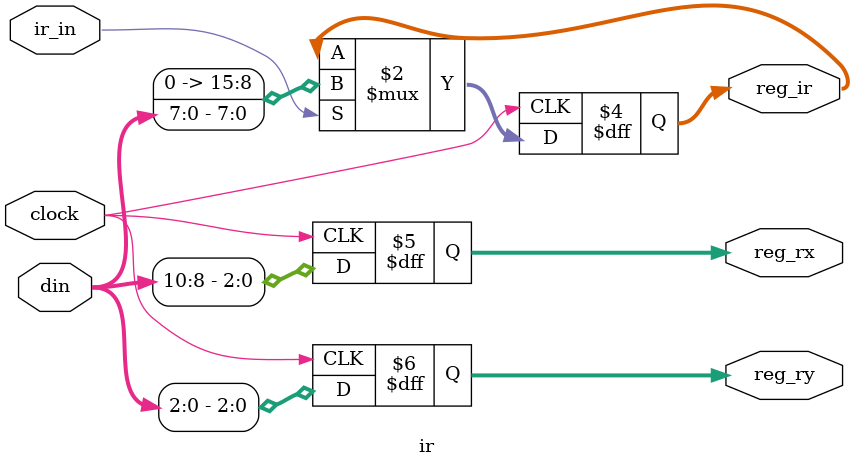
<source format=v>
module ir(din,ir_in, clock, reg_ir, reg_rx, reg_ry); //ir_in run.
	
	input [15:0] din;
	input ir_in, clock;
	output reg [15:0] reg_ir;
	output reg [2:0] reg_rx, reg_ry;

	always@(posedge clock) begin
		if(ir_in)
			reg_ir <= din[7:0];
			reg_rx <= din[10:8];
			reg_ry <= din[2:0];
	end
	
endmodule

</source>
